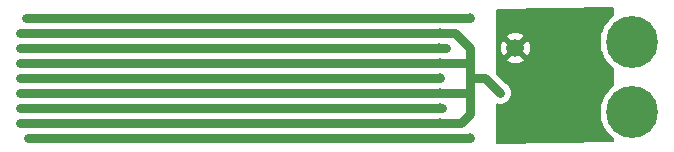
<source format=gbr>
%TF.GenerationSoftware,KiCad,Pcbnew,7.0.10*%
%TF.CreationDate,2024-02-03T21:39:14-08:00*%
%TF.ProjectId,Leak_Detection_PCB,4c65616b-5f44-4657-9465-6374696f6e5f,rev?*%
%TF.SameCoordinates,Original*%
%TF.FileFunction,Copper,L2,Bot*%
%TF.FilePolarity,Positive*%
%FSLAX46Y46*%
G04 Gerber Fmt 4.6, Leading zero omitted, Abs format (unit mm)*
G04 Created by KiCad (PCBNEW 7.0.10) date 2024-02-03 21:39:14*
%MOMM*%
%LPD*%
G01*
G04 APERTURE LIST*
%TA.AperFunction,ComponentPad*%
%ADD10C,4.400000*%
%TD*%
%TA.AperFunction,SMDPad,CuDef*%
%ADD11C,1.500000*%
%TD*%
%TA.AperFunction,ViaPad*%
%ADD12C,0.800000*%
%TD*%
%TA.AperFunction,Conductor*%
%ADD13C,0.750000*%
%TD*%
G04 APERTURE END LIST*
D10*
%TO.P,H1,1*%
%TO.N,N/C*%
X176276000Y-111252000D03*
%TD*%
%TO.P,H2,1*%
%TO.N,N/C*%
X176276000Y-117202000D03*
%TD*%
D11*
%TO.P,TP2,1,1*%
%TO.N,GND*%
X166370000Y-111760000D03*
%TD*%
D12*
%TO.N,VCC*%
X160020000Y-118110000D03*
X160020000Y-115570000D03*
X160020000Y-110490000D03*
X165100000Y-115570000D03*
X160020000Y-113030000D03*
%TO.N,GND*%
X162560000Y-119380000D03*
X160020000Y-114300000D03*
X168910000Y-111379000D03*
X165989000Y-114046000D03*
X162560000Y-109220000D03*
X160020000Y-116840000D03*
X159893000Y-111760000D03*
%TD*%
D13*
%TO.N,GND*%
X124917200Y-109220000D02*
X162560000Y-109220000D01*
X162560000Y-119380000D02*
X125095000Y-119380000D01*
%TO.N,VCC*%
X124460000Y-110490000D02*
X160020000Y-110490000D01*
X162560000Y-113030000D02*
X162560000Y-111760000D01*
X161798000Y-118110000D02*
X162560000Y-117348000D01*
X161290000Y-110490000D02*
X160020000Y-110490000D01*
X162560000Y-117348000D02*
X162560000Y-115570000D01*
X162560000Y-114300000D02*
X162560000Y-113030000D01*
X162560000Y-111760000D02*
X161290000Y-110490000D01*
X160020000Y-113030000D02*
X162560000Y-113030000D01*
X124460000Y-115570000D02*
X160020000Y-115570000D01*
X163830000Y-114300000D02*
X165100000Y-115570000D01*
X161798000Y-118110000D02*
X160020000Y-118110000D01*
X124460000Y-118110000D02*
X160020000Y-118110000D01*
X124460000Y-113030000D02*
X160020000Y-113030000D01*
X162560000Y-115570000D02*
X162560000Y-114300000D01*
X162560000Y-114300000D02*
X163830000Y-114300000D01*
X160020000Y-115570000D02*
X162560000Y-115570000D01*
%TO.N,GND*%
X124460000Y-116840000D02*
X160147000Y-116840000D01*
X124460000Y-114300000D02*
X160020000Y-114300000D01*
X124460000Y-111760000D02*
X160528000Y-111760000D01*
%TD*%
%TA.AperFunction,Conductor*%
%TO.N,GND*%
G36*
X174693714Y-108351423D02*
G01*
X174740133Y-108403644D01*
X174752000Y-108456579D01*
X174752000Y-108955015D01*
X174732315Y-109022054D01*
X174704473Y-109052626D01*
X174481960Y-109226954D01*
X174250954Y-109457960D01*
X174049473Y-109715131D01*
X173880454Y-109994723D01*
X173880453Y-109994725D01*
X173746372Y-110292642D01*
X173746366Y-110292657D01*
X173649178Y-110604547D01*
X173590289Y-110925900D01*
X173570564Y-111252000D01*
X173590289Y-111578099D01*
X173649178Y-111899452D01*
X173746366Y-112211342D01*
X173746370Y-112211354D01*
X173746373Y-112211361D01*
X173880455Y-112509279D01*
X174044901Y-112781306D01*
X174049473Y-112788868D01*
X174250954Y-113046039D01*
X174481960Y-113277045D01*
X174481964Y-113277048D01*
X174704473Y-113451373D01*
X174745106Y-113508212D01*
X174752000Y-113548983D01*
X174752000Y-114905015D01*
X174732315Y-114972054D01*
X174704473Y-115002626D01*
X174481960Y-115176954D01*
X174250954Y-115407960D01*
X174049473Y-115665131D01*
X173922708Y-115874825D01*
X173884347Y-115938284D01*
X173880454Y-115944723D01*
X173880453Y-115944725D01*
X173746372Y-116242642D01*
X173746366Y-116242657D01*
X173649178Y-116554547D01*
X173590289Y-116875900D01*
X173570564Y-117202000D01*
X173590289Y-117528099D01*
X173649178Y-117849452D01*
X173746366Y-118161342D01*
X173746370Y-118161354D01*
X173746373Y-118161361D01*
X173880455Y-118459279D01*
X174044901Y-118731306D01*
X174049473Y-118738868D01*
X174250954Y-118996039D01*
X174481960Y-119227045D01*
X174481964Y-119227048D01*
X174704473Y-119401373D01*
X174745106Y-119458212D01*
X174752000Y-119498983D01*
X174752000Y-119638559D01*
X174732315Y-119705598D01*
X174679511Y-119751353D01*
X174629569Y-119762549D01*
X164844569Y-119886410D01*
X164777286Y-119867576D01*
X164730867Y-119815355D01*
X164719000Y-119762420D01*
X164719000Y-116562760D01*
X164738685Y-116495721D01*
X164791489Y-116449966D01*
X164860647Y-116440022D01*
X164868758Y-116441466D01*
X165005354Y-116470500D01*
X165005355Y-116470500D01*
X165194644Y-116470500D01*
X165194646Y-116470500D01*
X165379803Y-116431144D01*
X165552730Y-116354151D01*
X165705871Y-116242888D01*
X165832533Y-116102216D01*
X165927179Y-115938284D01*
X165985674Y-115758256D01*
X166005460Y-115570000D01*
X165985674Y-115381744D01*
X165927179Y-115201716D01*
X165832533Y-115037784D01*
X165705871Y-114897112D01*
X165565243Y-114794940D01*
X165550447Y-114782303D01*
X164755319Y-113987175D01*
X164721834Y-113925852D01*
X164719000Y-113899494D01*
X164719000Y-112803124D01*
X165680427Y-112803124D01*
X165742612Y-112846666D01*
X165940840Y-112939101D01*
X165940849Y-112939105D01*
X166152105Y-112995710D01*
X166152115Y-112995712D01*
X166369999Y-113014775D01*
X166370001Y-113014775D01*
X166587884Y-112995712D01*
X166587894Y-112995710D01*
X166799150Y-112939105D01*
X166799164Y-112939100D01*
X166997383Y-112846669D01*
X166997385Y-112846668D01*
X167059571Y-112803124D01*
X166370001Y-112113553D01*
X166370000Y-112113553D01*
X165680427Y-112803124D01*
X164719000Y-112803124D01*
X164719000Y-111760000D01*
X165115225Y-111760000D01*
X165134287Y-111977884D01*
X165134289Y-111977894D01*
X165190894Y-112189150D01*
X165190898Y-112189159D01*
X165283333Y-112387387D01*
X165326874Y-112449571D01*
X166016446Y-111760000D01*
X166723553Y-111760000D01*
X167413124Y-112449570D01*
X167456668Y-112387385D01*
X167456669Y-112387383D01*
X167549100Y-112189164D01*
X167549105Y-112189150D01*
X167605710Y-111977894D01*
X167605712Y-111977884D01*
X167624775Y-111760000D01*
X167624775Y-111759999D01*
X167605712Y-111542115D01*
X167605710Y-111542105D01*
X167549105Y-111330849D01*
X167549101Y-111330840D01*
X167456667Y-111132614D01*
X167456666Y-111132612D01*
X167413124Y-111070428D01*
X167413124Y-111070427D01*
X166723553Y-111759999D01*
X166723553Y-111760000D01*
X166016446Y-111760000D01*
X165326874Y-111070428D01*
X165283333Y-111132613D01*
X165190898Y-111330840D01*
X165190894Y-111330849D01*
X165134289Y-111542105D01*
X165134287Y-111542115D01*
X165115225Y-111759999D01*
X165115225Y-111760000D01*
X164719000Y-111760000D01*
X164719000Y-110716874D01*
X165680428Y-110716874D01*
X166370000Y-111406446D01*
X166370001Y-111406446D01*
X167059571Y-110716874D01*
X166997387Y-110673333D01*
X166799159Y-110580898D01*
X166799150Y-110580894D01*
X166587894Y-110524289D01*
X166587884Y-110524287D01*
X166370001Y-110505225D01*
X166369999Y-110505225D01*
X166152115Y-110524287D01*
X166152105Y-110524289D01*
X165940849Y-110580894D01*
X165940840Y-110580898D01*
X165742613Y-110673333D01*
X165680428Y-110716874D01*
X164719000Y-110716874D01*
X164719000Y-108580440D01*
X164738685Y-108513401D01*
X164791489Y-108467646D01*
X164841429Y-108456450D01*
X174626432Y-108332589D01*
X174693714Y-108351423D01*
G37*
%TD.AperFunction*%
%TD*%
M02*

</source>
